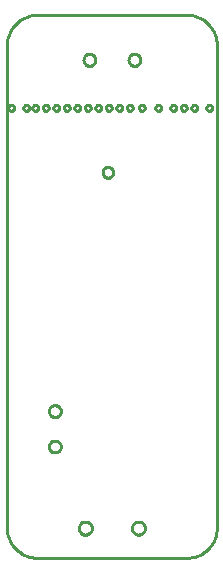
<source format=gbr>
G04 EAGLE Gerber RS-274X export*
G75*
%MOMM*%
%FSLAX34Y34*%
%LPD*%
%IN*%
%IPPOS*%
%AMOC8*
5,1,8,0,0,1.08239X$1,22.5*%
G01*
%ADD10C,0.254000*%


D10*
X0Y25400D02*
X97Y23186D01*
X386Y20989D01*
X865Y18826D01*
X1532Y16713D01*
X2380Y14666D01*
X3403Y12700D01*
X4594Y10831D01*
X5942Y9073D01*
X7440Y7440D01*
X9073Y5942D01*
X10831Y4594D01*
X12700Y3403D01*
X14666Y2380D01*
X16713Y1532D01*
X18826Y865D01*
X20989Y386D01*
X23186Y97D01*
X25400Y0D01*
X152400Y0D01*
X154614Y97D01*
X156811Y386D01*
X158974Y865D01*
X161087Y1532D01*
X163135Y2380D01*
X165100Y3403D01*
X166969Y4594D01*
X168727Y5942D01*
X170361Y7440D01*
X171858Y9073D01*
X173206Y10831D01*
X174397Y12700D01*
X175420Y14666D01*
X176268Y16713D01*
X176935Y18826D01*
X177414Y20989D01*
X177703Y23186D01*
X177800Y25400D01*
X177800Y434340D01*
X177703Y436554D01*
X177414Y438751D01*
X176935Y440914D01*
X176268Y443027D01*
X175420Y445075D01*
X174397Y447040D01*
X173206Y448909D01*
X171858Y450667D01*
X170361Y452301D01*
X168727Y453798D01*
X166969Y455146D01*
X165100Y456337D01*
X163135Y457360D01*
X161087Y458208D01*
X158974Y458875D01*
X156811Y459354D01*
X154614Y459643D01*
X152400Y459740D01*
X25400Y459740D01*
X23186Y459643D01*
X20989Y459354D01*
X18826Y458875D01*
X16713Y458208D01*
X14666Y457360D01*
X12700Y456337D01*
X10831Y455146D01*
X9073Y453798D01*
X7440Y452301D01*
X5942Y450667D01*
X4594Y448909D01*
X3403Y447040D01*
X2380Y445075D01*
X1532Y443027D01*
X865Y440914D01*
X386Y438751D01*
X97Y436554D01*
X0Y434340D01*
X0Y25400D01*
X173950Y380803D02*
X173888Y380415D01*
X173767Y380040D01*
X173588Y379690D01*
X173357Y379371D01*
X173079Y379093D01*
X172760Y378862D01*
X172410Y378683D01*
X172035Y378562D01*
X171647Y378500D01*
X171253Y378500D01*
X170865Y378562D01*
X170490Y378683D01*
X170140Y378862D01*
X169821Y379093D01*
X169543Y379371D01*
X169312Y379690D01*
X169133Y380040D01*
X169012Y380415D01*
X168950Y380803D01*
X168950Y381197D01*
X169012Y381585D01*
X169133Y381960D01*
X169312Y382310D01*
X169543Y382629D01*
X169821Y382907D01*
X170140Y383138D01*
X170490Y383317D01*
X170865Y383438D01*
X171253Y383500D01*
X171647Y383500D01*
X172035Y383438D01*
X172410Y383317D01*
X172760Y383138D01*
X173079Y382907D01*
X173357Y382629D01*
X173588Y382310D01*
X173767Y381960D01*
X173888Y381585D01*
X173950Y381197D01*
X173950Y380803D01*
X161250Y380803D02*
X161188Y380415D01*
X161067Y380040D01*
X160888Y379690D01*
X160657Y379371D01*
X160379Y379093D01*
X160060Y378862D01*
X159710Y378683D01*
X159335Y378562D01*
X158947Y378500D01*
X158553Y378500D01*
X158165Y378562D01*
X157790Y378683D01*
X157440Y378862D01*
X157121Y379093D01*
X156843Y379371D01*
X156612Y379690D01*
X156433Y380040D01*
X156312Y380415D01*
X156250Y380803D01*
X156250Y381197D01*
X156312Y381585D01*
X156433Y381960D01*
X156612Y382310D01*
X156843Y382629D01*
X157121Y382907D01*
X157440Y383138D01*
X157790Y383317D01*
X158165Y383438D01*
X158553Y383500D01*
X158947Y383500D01*
X159335Y383438D01*
X159710Y383317D01*
X160060Y383138D01*
X160379Y382907D01*
X160657Y382629D01*
X160888Y382310D01*
X161067Y381960D01*
X161188Y381585D01*
X161250Y381197D01*
X161250Y380803D01*
X152360Y380803D02*
X152298Y380415D01*
X152177Y380040D01*
X151998Y379690D01*
X151767Y379371D01*
X151489Y379093D01*
X151170Y378862D01*
X150820Y378683D01*
X150445Y378562D01*
X150057Y378500D01*
X149663Y378500D01*
X149275Y378562D01*
X148900Y378683D01*
X148550Y378862D01*
X148231Y379093D01*
X147953Y379371D01*
X147722Y379690D01*
X147543Y380040D01*
X147422Y380415D01*
X147360Y380803D01*
X147360Y381197D01*
X147422Y381585D01*
X147543Y381960D01*
X147722Y382310D01*
X147953Y382629D01*
X148231Y382907D01*
X148550Y383138D01*
X148900Y383317D01*
X149275Y383438D01*
X149663Y383500D01*
X150057Y383500D01*
X150445Y383438D01*
X150820Y383317D01*
X151170Y383138D01*
X151489Y382907D01*
X151767Y382629D01*
X151998Y382310D01*
X152177Y381960D01*
X152298Y381585D01*
X152360Y381197D01*
X152360Y380803D01*
X143470Y380803D02*
X143408Y380415D01*
X143287Y380040D01*
X143108Y379690D01*
X142877Y379371D01*
X142599Y379093D01*
X142280Y378862D01*
X141930Y378683D01*
X141555Y378562D01*
X141167Y378500D01*
X140773Y378500D01*
X140385Y378562D01*
X140010Y378683D01*
X139660Y378862D01*
X139341Y379093D01*
X139063Y379371D01*
X138832Y379690D01*
X138653Y380040D01*
X138532Y380415D01*
X138470Y380803D01*
X138470Y381197D01*
X138532Y381585D01*
X138653Y381960D01*
X138832Y382310D01*
X139063Y382629D01*
X139341Y382907D01*
X139660Y383138D01*
X140010Y383317D01*
X140385Y383438D01*
X140773Y383500D01*
X141167Y383500D01*
X141555Y383438D01*
X141930Y383317D01*
X142280Y383138D01*
X142599Y382907D01*
X142877Y382629D01*
X143108Y382310D01*
X143287Y381960D01*
X143408Y381585D01*
X143470Y381197D01*
X143470Y380803D01*
X130770Y380803D02*
X130708Y380415D01*
X130587Y380040D01*
X130408Y379690D01*
X130177Y379371D01*
X129899Y379093D01*
X129580Y378862D01*
X129230Y378683D01*
X128855Y378562D01*
X128467Y378500D01*
X128073Y378500D01*
X127685Y378562D01*
X127310Y378683D01*
X126960Y378862D01*
X126641Y379093D01*
X126363Y379371D01*
X126132Y379690D01*
X125953Y380040D01*
X125832Y380415D01*
X125770Y380803D01*
X125770Y381197D01*
X125832Y381585D01*
X125953Y381960D01*
X126132Y382310D01*
X126363Y382629D01*
X126641Y382907D01*
X126960Y383138D01*
X127310Y383317D01*
X127685Y383438D01*
X128073Y383500D01*
X128467Y383500D01*
X128855Y383438D01*
X129230Y383317D01*
X129580Y383138D01*
X129899Y382907D01*
X130177Y382629D01*
X130408Y382310D01*
X130587Y381960D01*
X130708Y381585D01*
X130770Y381197D01*
X130770Y380803D01*
X116800Y380803D02*
X116738Y380415D01*
X116617Y380040D01*
X116438Y379690D01*
X116207Y379371D01*
X115929Y379093D01*
X115610Y378862D01*
X115260Y378683D01*
X114885Y378562D01*
X114497Y378500D01*
X114103Y378500D01*
X113715Y378562D01*
X113340Y378683D01*
X112990Y378862D01*
X112671Y379093D01*
X112393Y379371D01*
X112162Y379690D01*
X111983Y380040D01*
X111862Y380415D01*
X111800Y380803D01*
X111800Y381197D01*
X111862Y381585D01*
X111983Y381960D01*
X112162Y382310D01*
X112393Y382629D01*
X112671Y382907D01*
X112990Y383138D01*
X113340Y383317D01*
X113715Y383438D01*
X114103Y383500D01*
X114497Y383500D01*
X114885Y383438D01*
X115260Y383317D01*
X115610Y383138D01*
X115929Y382907D01*
X116207Y382629D01*
X116438Y382310D01*
X116617Y381960D01*
X116738Y381585D01*
X116800Y381197D01*
X116800Y380803D01*
X106640Y380803D02*
X106578Y380415D01*
X106457Y380040D01*
X106278Y379690D01*
X106047Y379371D01*
X105769Y379093D01*
X105450Y378862D01*
X105100Y378683D01*
X104725Y378562D01*
X104337Y378500D01*
X103943Y378500D01*
X103555Y378562D01*
X103180Y378683D01*
X102830Y378862D01*
X102511Y379093D01*
X102233Y379371D01*
X102002Y379690D01*
X101823Y380040D01*
X101702Y380415D01*
X101640Y380803D01*
X101640Y381197D01*
X101702Y381585D01*
X101823Y381960D01*
X102002Y382310D01*
X102233Y382629D01*
X102511Y382907D01*
X102830Y383138D01*
X103180Y383317D01*
X103555Y383438D01*
X103943Y383500D01*
X104337Y383500D01*
X104725Y383438D01*
X105100Y383317D01*
X105450Y383138D01*
X105769Y382907D01*
X106047Y382629D01*
X106278Y382310D01*
X106457Y381960D01*
X106578Y381585D01*
X106640Y381197D01*
X106640Y380803D01*
X97750Y380803D02*
X97688Y380415D01*
X97567Y380040D01*
X97388Y379690D01*
X97157Y379371D01*
X96879Y379093D01*
X96560Y378862D01*
X96210Y378683D01*
X95835Y378562D01*
X95447Y378500D01*
X95053Y378500D01*
X94665Y378562D01*
X94290Y378683D01*
X93940Y378862D01*
X93621Y379093D01*
X93343Y379371D01*
X93112Y379690D01*
X92933Y380040D01*
X92812Y380415D01*
X92750Y380803D01*
X92750Y381197D01*
X92812Y381585D01*
X92933Y381960D01*
X93112Y382310D01*
X93343Y382629D01*
X93621Y382907D01*
X93940Y383138D01*
X94290Y383317D01*
X94665Y383438D01*
X95053Y383500D01*
X95447Y383500D01*
X95835Y383438D01*
X96210Y383317D01*
X96560Y383138D01*
X96879Y382907D01*
X97157Y382629D01*
X97388Y382310D01*
X97567Y381960D01*
X97688Y381585D01*
X97750Y381197D01*
X97750Y380803D01*
X88860Y380803D02*
X88798Y380415D01*
X88677Y380040D01*
X88498Y379690D01*
X88267Y379371D01*
X87989Y379093D01*
X87670Y378862D01*
X87320Y378683D01*
X86945Y378562D01*
X86557Y378500D01*
X86163Y378500D01*
X85775Y378562D01*
X85400Y378683D01*
X85050Y378862D01*
X84731Y379093D01*
X84453Y379371D01*
X84222Y379690D01*
X84043Y380040D01*
X83922Y380415D01*
X83860Y380803D01*
X83860Y381197D01*
X83922Y381585D01*
X84043Y381960D01*
X84222Y382310D01*
X84453Y382629D01*
X84731Y382907D01*
X85050Y383138D01*
X85400Y383317D01*
X85775Y383438D01*
X86163Y383500D01*
X86557Y383500D01*
X86945Y383438D01*
X87320Y383317D01*
X87670Y383138D01*
X87989Y382907D01*
X88267Y382629D01*
X88498Y382310D01*
X88677Y381960D01*
X88798Y381585D01*
X88860Y381197D01*
X88860Y380803D01*
X79970Y380803D02*
X79908Y380415D01*
X79787Y380040D01*
X79608Y379690D01*
X79377Y379371D01*
X79099Y379093D01*
X78780Y378862D01*
X78430Y378683D01*
X78055Y378562D01*
X77667Y378500D01*
X77273Y378500D01*
X76885Y378562D01*
X76510Y378683D01*
X76160Y378862D01*
X75841Y379093D01*
X75563Y379371D01*
X75332Y379690D01*
X75153Y380040D01*
X75032Y380415D01*
X74970Y380803D01*
X74970Y381197D01*
X75032Y381585D01*
X75153Y381960D01*
X75332Y382310D01*
X75563Y382629D01*
X75841Y382907D01*
X76160Y383138D01*
X76510Y383317D01*
X76885Y383438D01*
X77273Y383500D01*
X77667Y383500D01*
X78055Y383438D01*
X78430Y383317D01*
X78780Y383138D01*
X79099Y382907D01*
X79377Y382629D01*
X79608Y382310D01*
X79787Y381960D01*
X79908Y381585D01*
X79970Y381197D01*
X79970Y380803D01*
X71080Y380803D02*
X71018Y380415D01*
X70897Y380040D01*
X70718Y379690D01*
X70487Y379371D01*
X70209Y379093D01*
X69890Y378862D01*
X69540Y378683D01*
X69165Y378562D01*
X68777Y378500D01*
X68383Y378500D01*
X67995Y378562D01*
X67620Y378683D01*
X67270Y378862D01*
X66951Y379093D01*
X66673Y379371D01*
X66442Y379690D01*
X66263Y380040D01*
X66142Y380415D01*
X66080Y380803D01*
X66080Y381197D01*
X66142Y381585D01*
X66263Y381960D01*
X66442Y382310D01*
X66673Y382629D01*
X66951Y382907D01*
X67270Y383138D01*
X67620Y383317D01*
X67995Y383438D01*
X68383Y383500D01*
X68777Y383500D01*
X69165Y383438D01*
X69540Y383317D01*
X69890Y383138D01*
X70209Y382907D01*
X70487Y382629D01*
X70718Y382310D01*
X70897Y381960D01*
X71018Y381585D01*
X71080Y381197D01*
X71080Y380803D01*
X6310Y380803D02*
X6248Y380415D01*
X6127Y380040D01*
X5948Y379690D01*
X5717Y379371D01*
X5439Y379093D01*
X5120Y378862D01*
X4770Y378683D01*
X4395Y378562D01*
X4007Y378500D01*
X3613Y378500D01*
X3225Y378562D01*
X2850Y378683D01*
X2500Y378862D01*
X2181Y379093D01*
X1903Y379371D01*
X1672Y379690D01*
X1493Y380040D01*
X1372Y380415D01*
X1310Y380803D01*
X1310Y381197D01*
X1372Y381585D01*
X1493Y381960D01*
X1672Y382310D01*
X1903Y382629D01*
X2181Y382907D01*
X2500Y383138D01*
X2850Y383317D01*
X3225Y383438D01*
X3613Y383500D01*
X4007Y383500D01*
X4395Y383438D01*
X4770Y383317D01*
X5120Y383138D01*
X5439Y382907D01*
X5717Y382629D01*
X5948Y382310D01*
X6127Y381960D01*
X6248Y381585D01*
X6310Y381197D01*
X6310Y380803D01*
X19010Y380803D02*
X18948Y380415D01*
X18827Y380040D01*
X18648Y379690D01*
X18417Y379371D01*
X18139Y379093D01*
X17820Y378862D01*
X17470Y378683D01*
X17095Y378562D01*
X16707Y378500D01*
X16313Y378500D01*
X15925Y378562D01*
X15550Y378683D01*
X15200Y378862D01*
X14881Y379093D01*
X14603Y379371D01*
X14372Y379690D01*
X14193Y380040D01*
X14072Y380415D01*
X14010Y380803D01*
X14010Y381197D01*
X14072Y381585D01*
X14193Y381960D01*
X14372Y382310D01*
X14603Y382629D01*
X14881Y382907D01*
X15200Y383138D01*
X15550Y383317D01*
X15925Y383438D01*
X16313Y383500D01*
X16707Y383500D01*
X17095Y383438D01*
X17470Y383317D01*
X17820Y383138D01*
X18139Y382907D01*
X18417Y382629D01*
X18648Y382310D01*
X18827Y381960D01*
X18948Y381585D01*
X19010Y381197D01*
X19010Y380803D01*
X26630Y380803D02*
X26568Y380415D01*
X26447Y380040D01*
X26268Y379690D01*
X26037Y379371D01*
X25759Y379093D01*
X25440Y378862D01*
X25090Y378683D01*
X24715Y378562D01*
X24327Y378500D01*
X23933Y378500D01*
X23545Y378562D01*
X23170Y378683D01*
X22820Y378862D01*
X22501Y379093D01*
X22223Y379371D01*
X21992Y379690D01*
X21813Y380040D01*
X21692Y380415D01*
X21630Y380803D01*
X21630Y381197D01*
X21692Y381585D01*
X21813Y381960D01*
X21992Y382310D01*
X22223Y382629D01*
X22501Y382907D01*
X22820Y383138D01*
X23170Y383317D01*
X23545Y383438D01*
X23933Y383500D01*
X24327Y383500D01*
X24715Y383438D01*
X25090Y383317D01*
X25440Y383138D01*
X25759Y382907D01*
X26037Y382629D01*
X26268Y382310D01*
X26447Y381960D01*
X26568Y381585D01*
X26630Y381197D01*
X26630Y380803D01*
X35520Y380803D02*
X35458Y380415D01*
X35337Y380040D01*
X35158Y379690D01*
X34927Y379371D01*
X34649Y379093D01*
X34330Y378862D01*
X33980Y378683D01*
X33605Y378562D01*
X33217Y378500D01*
X32823Y378500D01*
X32435Y378562D01*
X32060Y378683D01*
X31710Y378862D01*
X31391Y379093D01*
X31113Y379371D01*
X30882Y379690D01*
X30703Y380040D01*
X30582Y380415D01*
X30520Y380803D01*
X30520Y381197D01*
X30582Y381585D01*
X30703Y381960D01*
X30882Y382310D01*
X31113Y382629D01*
X31391Y382907D01*
X31710Y383138D01*
X32060Y383317D01*
X32435Y383438D01*
X32823Y383500D01*
X33217Y383500D01*
X33605Y383438D01*
X33980Y383317D01*
X34330Y383138D01*
X34649Y382907D01*
X34927Y382629D01*
X35158Y382310D01*
X35337Y381960D01*
X35458Y381585D01*
X35520Y381197D01*
X35520Y380803D01*
X44410Y380803D02*
X44348Y380415D01*
X44227Y380040D01*
X44048Y379690D01*
X43817Y379371D01*
X43539Y379093D01*
X43220Y378862D01*
X42870Y378683D01*
X42495Y378562D01*
X42107Y378500D01*
X41713Y378500D01*
X41325Y378562D01*
X40950Y378683D01*
X40600Y378862D01*
X40281Y379093D01*
X40003Y379371D01*
X39772Y379690D01*
X39593Y380040D01*
X39472Y380415D01*
X39410Y380803D01*
X39410Y381197D01*
X39472Y381585D01*
X39593Y381960D01*
X39772Y382310D01*
X40003Y382629D01*
X40281Y382907D01*
X40600Y383138D01*
X40950Y383317D01*
X41325Y383438D01*
X41713Y383500D01*
X42107Y383500D01*
X42495Y383438D01*
X42870Y383317D01*
X43220Y383138D01*
X43539Y382907D01*
X43817Y382629D01*
X44048Y382310D01*
X44227Y381960D01*
X44348Y381585D01*
X44410Y381197D01*
X44410Y380803D01*
X53300Y380803D02*
X53238Y380415D01*
X53117Y380040D01*
X52938Y379690D01*
X52707Y379371D01*
X52429Y379093D01*
X52110Y378862D01*
X51760Y378683D01*
X51385Y378562D01*
X50997Y378500D01*
X50603Y378500D01*
X50215Y378562D01*
X49840Y378683D01*
X49490Y378862D01*
X49171Y379093D01*
X48893Y379371D01*
X48662Y379690D01*
X48483Y380040D01*
X48362Y380415D01*
X48300Y380803D01*
X48300Y381197D01*
X48362Y381585D01*
X48483Y381960D01*
X48662Y382310D01*
X48893Y382629D01*
X49171Y382907D01*
X49490Y383138D01*
X49840Y383317D01*
X50215Y383438D01*
X50603Y383500D01*
X50997Y383500D01*
X51385Y383438D01*
X51760Y383317D01*
X52110Y383138D01*
X52429Y382907D01*
X52707Y382629D01*
X52938Y382310D01*
X53117Y381960D01*
X53238Y381585D01*
X53300Y381197D01*
X53300Y380803D01*
X62190Y380803D02*
X62128Y380415D01*
X62007Y380040D01*
X61828Y379690D01*
X61597Y379371D01*
X61319Y379093D01*
X61000Y378862D01*
X60650Y378683D01*
X60275Y378562D01*
X59887Y378500D01*
X59493Y378500D01*
X59105Y378562D01*
X58730Y378683D01*
X58380Y378862D01*
X58061Y379093D01*
X57783Y379371D01*
X57552Y379690D01*
X57373Y380040D01*
X57252Y380415D01*
X57190Y380803D01*
X57190Y381197D01*
X57252Y381585D01*
X57373Y381960D01*
X57552Y382310D01*
X57783Y382629D01*
X58061Y382907D01*
X58380Y383138D01*
X58730Y383317D01*
X59105Y383438D01*
X59493Y383500D01*
X59887Y383500D01*
X60275Y383438D01*
X60650Y383317D01*
X61000Y383138D01*
X61319Y382907D01*
X61597Y382629D01*
X61828Y382310D01*
X62007Y381960D01*
X62128Y381585D01*
X62190Y381197D01*
X62190Y380803D01*
X90000Y326145D02*
X89923Y325560D01*
X89770Y324990D01*
X89545Y324445D01*
X89250Y323935D01*
X88891Y323467D01*
X88473Y323049D01*
X88005Y322690D01*
X87495Y322395D01*
X86950Y322170D01*
X86380Y322017D01*
X85795Y321940D01*
X85205Y321940D01*
X84620Y322017D01*
X84050Y322170D01*
X83505Y322395D01*
X82995Y322690D01*
X82527Y323049D01*
X82109Y323467D01*
X81750Y323935D01*
X81455Y324445D01*
X81230Y324990D01*
X81077Y325560D01*
X81000Y326145D01*
X81000Y326735D01*
X81077Y327320D01*
X81230Y327890D01*
X81455Y328435D01*
X81750Y328945D01*
X82109Y329413D01*
X82527Y329831D01*
X82995Y330190D01*
X83505Y330485D01*
X84050Y330710D01*
X84620Y330863D01*
X85205Y330940D01*
X85795Y330940D01*
X86380Y330863D01*
X86950Y330710D01*
X87495Y330485D01*
X88005Y330190D01*
X88473Y329831D01*
X88891Y329413D01*
X89250Y328945D01*
X89545Y328435D01*
X89770Y327890D01*
X89923Y327320D01*
X90000Y326735D01*
X90000Y326145D01*
X105900Y25489D02*
X105969Y26103D01*
X106107Y26705D01*
X106311Y27288D01*
X106579Y27845D01*
X106907Y28368D01*
X107293Y28851D01*
X107729Y29288D01*
X108212Y29673D01*
X108735Y30001D01*
X109292Y30269D01*
X109875Y30473D01*
X110477Y30611D01*
X111091Y30680D01*
X111709Y30680D01*
X112323Y30611D01*
X112925Y30473D01*
X113508Y30269D01*
X114065Y30001D01*
X114588Y29673D01*
X115071Y29288D01*
X115508Y28851D01*
X115893Y28368D01*
X116221Y27845D01*
X116489Y27288D01*
X116693Y26705D01*
X116831Y26103D01*
X116900Y25489D01*
X116900Y24871D01*
X116831Y24257D01*
X116693Y23655D01*
X116489Y23072D01*
X116221Y22515D01*
X115893Y21992D01*
X115508Y21509D01*
X115071Y21073D01*
X114588Y20687D01*
X114065Y20359D01*
X113508Y20091D01*
X112925Y19887D01*
X112323Y19749D01*
X111709Y19680D01*
X111091Y19680D01*
X110477Y19749D01*
X109875Y19887D01*
X109292Y20091D01*
X108735Y20359D01*
X108212Y20687D01*
X107729Y21073D01*
X107293Y21509D01*
X106907Y21992D01*
X106579Y22515D01*
X106311Y23072D01*
X106107Y23655D01*
X105969Y24257D01*
X105900Y24871D01*
X105900Y25489D01*
X60900Y25489D02*
X60969Y26103D01*
X61107Y26705D01*
X61311Y27288D01*
X61579Y27845D01*
X61907Y28368D01*
X62293Y28851D01*
X62729Y29288D01*
X63212Y29673D01*
X63735Y30001D01*
X64292Y30269D01*
X64875Y30473D01*
X65477Y30611D01*
X66091Y30680D01*
X66709Y30680D01*
X67323Y30611D01*
X67925Y30473D01*
X68508Y30269D01*
X69065Y30001D01*
X69588Y29673D01*
X70071Y29288D01*
X70508Y28851D01*
X70893Y28368D01*
X71221Y27845D01*
X71489Y27288D01*
X71693Y26705D01*
X71831Y26103D01*
X71900Y25489D01*
X71900Y24871D01*
X71831Y24257D01*
X71693Y23655D01*
X71489Y23072D01*
X71221Y22515D01*
X70893Y21992D01*
X70508Y21509D01*
X70071Y21073D01*
X69588Y20687D01*
X69065Y20359D01*
X68508Y20091D01*
X67925Y19887D01*
X67323Y19749D01*
X66709Y19680D01*
X66091Y19680D01*
X65477Y19749D01*
X64875Y19887D01*
X64292Y20091D01*
X63735Y20359D01*
X63212Y20687D01*
X62729Y21073D01*
X62293Y21509D01*
X61907Y21992D01*
X61579Y22515D01*
X61311Y23072D01*
X61107Y23655D01*
X60969Y24257D01*
X60900Y24871D01*
X60900Y25489D01*
X74850Y421359D02*
X74787Y420801D01*
X74662Y420254D01*
X74477Y419724D01*
X74233Y419218D01*
X73934Y418742D01*
X73584Y418303D01*
X73187Y417906D01*
X72748Y417556D01*
X72272Y417257D01*
X71766Y417013D01*
X71236Y416828D01*
X70689Y416703D01*
X70131Y416640D01*
X69569Y416640D01*
X69011Y416703D01*
X68464Y416828D01*
X67934Y417013D01*
X67428Y417257D01*
X66952Y417556D01*
X66513Y417906D01*
X66116Y418303D01*
X65766Y418742D01*
X65467Y419218D01*
X65223Y419724D01*
X65038Y420254D01*
X64913Y420801D01*
X64850Y421359D01*
X64850Y421921D01*
X64913Y422479D01*
X65038Y423026D01*
X65223Y423556D01*
X65467Y424062D01*
X65766Y424538D01*
X66116Y424977D01*
X66513Y425374D01*
X66952Y425724D01*
X67428Y426023D01*
X67934Y426267D01*
X68464Y426452D01*
X69011Y426577D01*
X69569Y426640D01*
X70131Y426640D01*
X70689Y426577D01*
X71236Y426452D01*
X71766Y426267D01*
X72272Y426023D01*
X72748Y425724D01*
X73187Y425374D01*
X73584Y424977D01*
X73934Y424538D01*
X74233Y424062D01*
X74477Y423556D01*
X74662Y423026D01*
X74787Y422479D01*
X74850Y421921D01*
X74850Y421359D01*
X112950Y421359D02*
X112887Y420801D01*
X112762Y420254D01*
X112577Y419724D01*
X112333Y419218D01*
X112034Y418742D01*
X111684Y418303D01*
X111287Y417906D01*
X110848Y417556D01*
X110372Y417257D01*
X109866Y417013D01*
X109336Y416828D01*
X108789Y416703D01*
X108231Y416640D01*
X107669Y416640D01*
X107111Y416703D01*
X106564Y416828D01*
X106034Y417013D01*
X105528Y417257D01*
X105052Y417556D01*
X104613Y417906D01*
X104216Y418303D01*
X103866Y418742D01*
X103567Y419218D01*
X103323Y419724D01*
X103138Y420254D01*
X103013Y420801D01*
X102950Y421359D01*
X102950Y421921D01*
X103013Y422479D01*
X103138Y423026D01*
X103323Y423556D01*
X103567Y424062D01*
X103866Y424538D01*
X104216Y424977D01*
X104613Y425374D01*
X105052Y425724D01*
X105528Y426023D01*
X106034Y426267D01*
X106564Y426452D01*
X107111Y426577D01*
X107669Y426640D01*
X108231Y426640D01*
X108789Y426577D01*
X109336Y426452D01*
X109866Y426267D01*
X110372Y426023D01*
X110848Y425724D01*
X111287Y425374D01*
X111684Y424977D01*
X112034Y424538D01*
X112333Y424062D01*
X112577Y423556D01*
X112762Y423026D01*
X112887Y422479D01*
X112950Y421921D01*
X112950Y421359D01*
X40359Y89220D02*
X39801Y89283D01*
X39254Y89408D01*
X38724Y89593D01*
X38218Y89837D01*
X37742Y90136D01*
X37303Y90486D01*
X36906Y90883D01*
X36556Y91322D01*
X36257Y91798D01*
X36013Y92304D01*
X35828Y92834D01*
X35703Y93381D01*
X35640Y93939D01*
X35640Y94501D01*
X35703Y95059D01*
X35828Y95606D01*
X36013Y96136D01*
X36257Y96642D01*
X36556Y97118D01*
X36906Y97557D01*
X37303Y97954D01*
X37742Y98304D01*
X38218Y98603D01*
X38724Y98847D01*
X39254Y99032D01*
X39801Y99157D01*
X40359Y99220D01*
X40921Y99220D01*
X41479Y99157D01*
X42026Y99032D01*
X42556Y98847D01*
X43062Y98603D01*
X43538Y98304D01*
X43977Y97954D01*
X44374Y97557D01*
X44724Y97118D01*
X45023Y96642D01*
X45267Y96136D01*
X45452Y95606D01*
X45577Y95059D01*
X45640Y94501D01*
X45640Y93939D01*
X45577Y93381D01*
X45452Y92834D01*
X45267Y92304D01*
X45023Y91798D01*
X44724Y91322D01*
X44374Y90883D01*
X43977Y90486D01*
X43538Y90136D01*
X43062Y89837D01*
X42556Y89593D01*
X42026Y89408D01*
X41479Y89283D01*
X40921Y89220D01*
X40359Y89220D01*
X40359Y119220D02*
X39801Y119283D01*
X39254Y119408D01*
X38724Y119593D01*
X38218Y119837D01*
X37742Y120136D01*
X37303Y120486D01*
X36906Y120883D01*
X36556Y121322D01*
X36257Y121798D01*
X36013Y122304D01*
X35828Y122834D01*
X35703Y123381D01*
X35640Y123939D01*
X35640Y124501D01*
X35703Y125059D01*
X35828Y125606D01*
X36013Y126136D01*
X36257Y126642D01*
X36556Y127118D01*
X36906Y127557D01*
X37303Y127954D01*
X37742Y128304D01*
X38218Y128603D01*
X38724Y128847D01*
X39254Y129032D01*
X39801Y129157D01*
X40359Y129220D01*
X40921Y129220D01*
X41479Y129157D01*
X42026Y129032D01*
X42556Y128847D01*
X43062Y128603D01*
X43538Y128304D01*
X43977Y127954D01*
X44374Y127557D01*
X44724Y127118D01*
X45023Y126642D01*
X45267Y126136D01*
X45452Y125606D01*
X45577Y125059D01*
X45640Y124501D01*
X45640Y123939D01*
X45577Y123381D01*
X45452Y122834D01*
X45267Y122304D01*
X45023Y121798D01*
X44724Y121322D01*
X44374Y120883D01*
X43977Y120486D01*
X43538Y120136D01*
X43062Y119837D01*
X42556Y119593D01*
X42026Y119408D01*
X41479Y119283D01*
X40921Y119220D01*
X40359Y119220D01*
M02*

</source>
